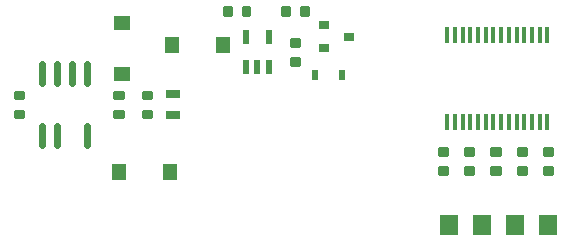
<source format=gtp>
G75*
%MOIN*%
%OFA0B0*%
%FSLAX24Y24*%
%IPPOS*%
%LPD*%
%AMOC8*
5,1,8,0,0,1.08239X$1,22.5*
%
%ADD10C,0.0240*%
%ADD11R,0.0472X0.0315*%
%ADD12R,0.0248X0.0327*%
%ADD13R,0.0354X0.0315*%
%ADD14R,0.0217X0.0472*%
%ADD15R,0.0137X0.0550*%
%ADD16C,0.0094*%
%ADD17R,0.0630X0.0709*%
%ADD18R,0.0500X0.0579*%
%ADD19R,0.0579X0.0500*%
D10*
X003825Y007530D02*
X003825Y008160D01*
X004325Y008160D02*
X004325Y007530D01*
X005325Y007530D02*
X005325Y008160D01*
X005325Y009590D02*
X005325Y010220D01*
X004825Y010220D02*
X004825Y009590D01*
X004325Y009590D02*
X004325Y010220D01*
X003825Y010220D02*
X003825Y009590D01*
D11*
X008200Y009229D03*
X008200Y008521D03*
D12*
X012934Y009875D03*
X013840Y009875D03*
D13*
X013244Y010766D03*
X014070Y011140D03*
X013244Y011514D03*
D14*
X011386Y011137D03*
X010638Y011137D03*
X010638Y010113D03*
X011012Y010113D03*
X011386Y010113D03*
D15*
X017349Y011189D03*
X017605Y011189D03*
X017861Y011189D03*
X018117Y011189D03*
X018372Y011189D03*
X018628Y011189D03*
X018884Y011189D03*
X019140Y011189D03*
X019396Y011189D03*
X019652Y011189D03*
X019908Y011189D03*
X020164Y011189D03*
X020420Y011189D03*
X020676Y011189D03*
X020676Y008311D03*
X020420Y008311D03*
X020164Y008311D03*
X019908Y008311D03*
X019652Y008311D03*
X019396Y008311D03*
X019140Y008311D03*
X018884Y008311D03*
X018628Y008311D03*
X018372Y008311D03*
X018117Y008311D03*
X017861Y008311D03*
X017605Y008311D03*
X017349Y008311D03*
D16*
X017340Y007425D02*
X017340Y007205D01*
X017060Y007205D01*
X017060Y007425D01*
X017340Y007425D01*
X017340Y007298D02*
X017060Y007298D01*
X017060Y007391D02*
X017340Y007391D01*
X017935Y007425D02*
X017935Y007205D01*
X017935Y007425D02*
X018215Y007425D01*
X018215Y007205D01*
X017935Y007205D01*
X017935Y007298D02*
X018215Y007298D01*
X018215Y007391D02*
X017935Y007391D01*
X019090Y007425D02*
X019090Y007205D01*
X018810Y007205D01*
X018810Y007425D01*
X019090Y007425D01*
X019090Y007298D02*
X018810Y007298D01*
X018810Y007391D02*
X019090Y007391D01*
X019685Y007425D02*
X019685Y007205D01*
X019685Y007425D02*
X019965Y007425D01*
X019965Y007205D01*
X019685Y007205D01*
X019685Y007298D02*
X019965Y007298D01*
X019965Y007391D02*
X019685Y007391D01*
X020840Y007425D02*
X020840Y007205D01*
X020560Y007205D01*
X020560Y007425D01*
X020840Y007425D01*
X020840Y007298D02*
X020560Y007298D01*
X020560Y007391D02*
X020840Y007391D01*
X020840Y006795D02*
X020840Y006575D01*
X020560Y006575D01*
X020560Y006795D01*
X020840Y006795D01*
X020840Y006668D02*
X020560Y006668D01*
X020560Y006761D02*
X020840Y006761D01*
X019685Y006795D02*
X019685Y006575D01*
X019685Y006795D02*
X019965Y006795D01*
X019965Y006575D01*
X019685Y006575D01*
X019685Y006668D02*
X019965Y006668D01*
X019965Y006761D02*
X019685Y006761D01*
X019090Y006795D02*
X019090Y006575D01*
X018810Y006575D01*
X018810Y006795D01*
X019090Y006795D01*
X019090Y006668D02*
X018810Y006668D01*
X018810Y006761D02*
X019090Y006761D01*
X017935Y006795D02*
X017935Y006575D01*
X017935Y006795D02*
X018215Y006795D01*
X018215Y006575D01*
X017935Y006575D01*
X017935Y006668D02*
X018215Y006668D01*
X018215Y006761D02*
X017935Y006761D01*
X017340Y006795D02*
X017340Y006575D01*
X017060Y006575D01*
X017060Y006795D01*
X017340Y006795D01*
X017340Y006668D02*
X017060Y006668D01*
X017060Y006761D02*
X017340Y006761D01*
X012402Y010200D02*
X012402Y010420D01*
X012402Y010200D02*
X012122Y010200D01*
X012122Y010420D01*
X012402Y010420D01*
X012402Y010293D02*
X012122Y010293D01*
X012122Y010386D02*
X012402Y010386D01*
X012402Y010830D02*
X012402Y011050D01*
X012402Y010830D02*
X012122Y010830D01*
X012122Y011050D01*
X012402Y011050D01*
X012402Y010923D02*
X012122Y010923D01*
X012122Y011016D02*
X012402Y011016D01*
X012467Y011860D02*
X012687Y011860D01*
X012467Y011860D02*
X012467Y012140D01*
X012687Y012140D01*
X012687Y011860D01*
X012687Y011953D02*
X012467Y011953D01*
X012467Y012046D02*
X012687Y012046D01*
X012687Y012139D02*
X012467Y012139D01*
X012057Y011860D02*
X011837Y011860D01*
X011837Y012140D01*
X012057Y012140D01*
X012057Y011860D01*
X012057Y011953D02*
X011837Y011953D01*
X011837Y012046D02*
X012057Y012046D01*
X012057Y012139D02*
X011837Y012139D01*
X010750Y012140D02*
X010530Y012140D01*
X010750Y012140D02*
X010750Y011860D01*
X010530Y011860D01*
X010530Y012140D01*
X010530Y011953D02*
X010750Y011953D01*
X010750Y012046D02*
X010530Y012046D01*
X010530Y012139D02*
X010750Y012139D01*
X010120Y012140D02*
X009900Y012140D01*
X010120Y012140D02*
X010120Y011860D01*
X009900Y011860D01*
X009900Y012140D01*
X009900Y011953D02*
X010120Y011953D01*
X010120Y012046D02*
X009900Y012046D01*
X009900Y012139D02*
X010120Y012139D01*
X007185Y009300D02*
X007185Y009080D01*
X007185Y009300D02*
X007465Y009300D01*
X007465Y009080D01*
X007185Y009080D01*
X007185Y009173D02*
X007465Y009173D01*
X007465Y009266D02*
X007185Y009266D01*
X006247Y009300D02*
X006247Y009080D01*
X006247Y009300D02*
X006527Y009300D01*
X006527Y009080D01*
X006247Y009080D01*
X006247Y009173D02*
X006527Y009173D01*
X006527Y009266D02*
X006247Y009266D01*
X006247Y008670D02*
X006247Y008450D01*
X006247Y008670D02*
X006527Y008670D01*
X006527Y008450D01*
X006247Y008450D01*
X006247Y008543D02*
X006527Y008543D01*
X006527Y008636D02*
X006247Y008636D01*
X007185Y008670D02*
X007185Y008450D01*
X007185Y008670D02*
X007465Y008670D01*
X007465Y008450D01*
X007185Y008450D01*
X007185Y008543D02*
X007465Y008543D01*
X007465Y008636D02*
X007185Y008636D01*
X003215Y008670D02*
X003215Y008450D01*
X002935Y008450D01*
X002935Y008670D01*
X003215Y008670D01*
X003215Y008543D02*
X002935Y008543D01*
X002935Y008636D02*
X003215Y008636D01*
X003215Y009080D02*
X003215Y009300D01*
X003215Y009080D02*
X002935Y009080D01*
X002935Y009300D01*
X003215Y009300D01*
X003215Y009173D02*
X002935Y009173D01*
X002935Y009266D02*
X003215Y009266D01*
D17*
X017399Y004875D03*
X018501Y004875D03*
X019586Y004875D03*
X020688Y004875D03*
D18*
X006416Y006625D03*
X008109Y006625D03*
X008166Y010875D03*
X009859Y010875D03*
D19*
X006512Y011596D03*
X006512Y009904D03*
M02*

</source>
